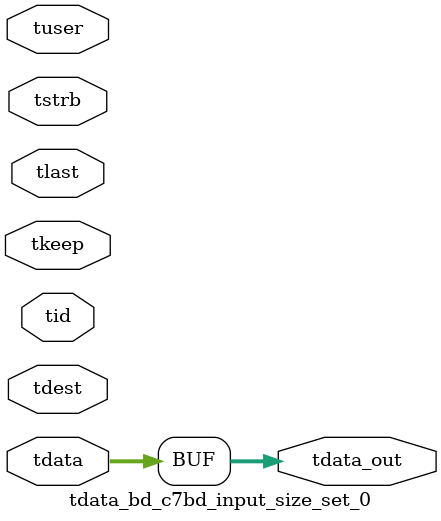
<source format=v>


`timescale 1ps/1ps

module tdata_bd_c7bd_input_size_set_0 #
(
parameter C_S_AXIS_TDATA_WIDTH = 32,
parameter C_S_AXIS_TUSER_WIDTH = 0,
parameter C_S_AXIS_TID_WIDTH   = 0,
parameter C_S_AXIS_TDEST_WIDTH = 0,
parameter C_M_AXIS_TDATA_WIDTH = 32
)
(
input  [(C_S_AXIS_TDATA_WIDTH == 0 ? 1 : C_S_AXIS_TDATA_WIDTH)-1:0     ] tdata,
input  [(C_S_AXIS_TUSER_WIDTH == 0 ? 1 : C_S_AXIS_TUSER_WIDTH)-1:0     ] tuser,
input  [(C_S_AXIS_TID_WIDTH   == 0 ? 1 : C_S_AXIS_TID_WIDTH)-1:0       ] tid,
input  [(C_S_AXIS_TDEST_WIDTH == 0 ? 1 : C_S_AXIS_TDEST_WIDTH)-1:0     ] tdest,
input  [(C_S_AXIS_TDATA_WIDTH/8)-1:0 ] tkeep,
input  [(C_S_AXIS_TDATA_WIDTH/8)-1:0 ] tstrb,
input                                                                    tlast,
output [C_M_AXIS_TDATA_WIDTH-1:0] tdata_out
);

assign tdata_out = {tdata[47:0]};

endmodule


</source>
